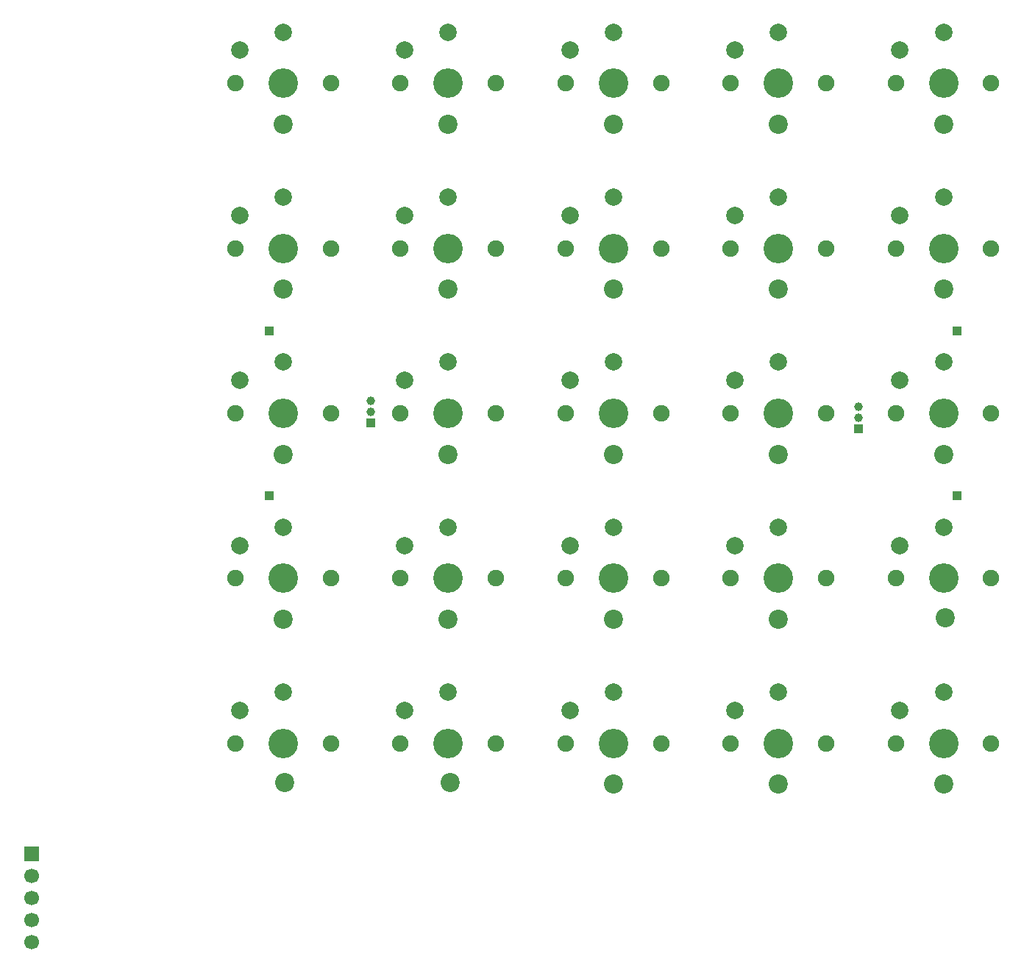
<source format=gbr>
%TF.GenerationSoftware,KiCad,Pcbnew,9.0.2*%
%TF.CreationDate,2026-01-24T20:07:03+01:00*%
%TF.ProjectId,Keymodule,4b65796d-6f64-4756-9c65-2e6b69636164,rev?*%
%TF.SameCoordinates,Original*%
%TF.FileFunction,Soldermask,Bot*%
%TF.FilePolarity,Negative*%
%FSLAX46Y46*%
G04 Gerber Fmt 4.6, Leading zero omitted, Abs format (unit mm)*
G04 Created by KiCad (PCBNEW 9.0.2) date 2026-01-24 20:07:03*
%MOMM*%
%LPD*%
G01*
G04 APERTURE LIST*
%ADD10C,2.200000*%
%ADD11R,1.000000X1.000000*%
%ADD12C,1.000000*%
%ADD13R,1.700000X1.700000*%
%ADD14C,1.700000*%
%ADD15C,1.900000*%
%ADD16C,3.400000*%
%ADD17C,2.000000*%
G04 APERTURE END LIST*
D10*
%TO.C,L3*%
X100000000Y-66700000D03*
%TD*%
%TO.C,L11*%
X62000000Y-104700000D03*
%TD*%
D11*
%TO.C,J3*%
X72100000Y-101100000D03*
D12*
X72100000Y-99830000D03*
X72100000Y-98560000D03*
%TD*%
D11*
%TO.C,J5*%
X139600000Y-109500000D03*
%TD*%
D10*
%TO.C,L19*%
X119000000Y-123700000D03*
%TD*%
%TO.C,L7*%
X81000000Y-85700000D03*
%TD*%
%TO.C,L24*%
X119000000Y-142700000D03*
%TD*%
%TO.C,L14*%
X119000000Y-104700000D03*
%TD*%
%TO.C,L20*%
X138200000Y-123500000D03*
%TD*%
%TO.C,L13*%
X100000000Y-104700000D03*
%TD*%
%TO.C,L15*%
X138000000Y-104700000D03*
%TD*%
%TO.C,L4*%
X119000000Y-66700000D03*
%TD*%
%TO.C,L18*%
X100000000Y-123700000D03*
%TD*%
D11*
%TO.C,J4*%
X139600000Y-90500000D03*
%TD*%
D10*
%TO.C,L8*%
X100000000Y-85700000D03*
%TD*%
D11*
%TO.C,J1*%
X60400000Y-90500000D03*
%TD*%
D10*
%TO.C,L17*%
X81000000Y-123700000D03*
%TD*%
%TO.C,L22*%
X81200000Y-142500000D03*
%TD*%
%TO.C,L10*%
X138000000Y-85700000D03*
%TD*%
%TO.C,L21*%
X62200000Y-142500000D03*
%TD*%
%TO.C,L23*%
X100000000Y-142700000D03*
%TD*%
%TO.C,L9*%
X119000000Y-85700000D03*
%TD*%
D13*
%TO.C,J11*%
X33070000Y-150750000D03*
D14*
X33070000Y-153290000D03*
X33070000Y-155830000D03*
X33070000Y-158370000D03*
X33070000Y-160910000D03*
%TD*%
D10*
%TO.C,L6*%
X62000000Y-85700000D03*
%TD*%
%TO.C,L5*%
X138000000Y-66700000D03*
%TD*%
%TO.C,L2*%
X81000000Y-66700000D03*
%TD*%
%TO.C,L12*%
X81000000Y-104700000D03*
%TD*%
%TO.C,L1*%
X62000000Y-66700000D03*
%TD*%
%TO.C,L16*%
X62000000Y-123700000D03*
%TD*%
%TO.C,L25*%
X138000000Y-142700000D03*
%TD*%
D11*
%TO.C,J2*%
X60400000Y-109500000D03*
%TD*%
D15*
%TO.C,M_SW18*%
X86500000Y-100000000D03*
D16*
X81000000Y-100000000D03*
D15*
X75500000Y-100000000D03*
D17*
X81000000Y-94100000D03*
X76000000Y-96200000D03*
%TD*%
D15*
%TO.C,M_SW2*%
X143500000Y-81000000D03*
D16*
X138000000Y-81000000D03*
D15*
X132500000Y-81000000D03*
D17*
X138000000Y-75100000D03*
X133000000Y-77200000D03*
%TD*%
D15*
%TO.C,M_SW21*%
X67500000Y-62000000D03*
D16*
X62000000Y-62000000D03*
D15*
X56500000Y-62000000D03*
D17*
X62000000Y-56100000D03*
X57000000Y-58200000D03*
%TD*%
D15*
%TO.C,M_SW20*%
X86500000Y-138000000D03*
D16*
X81000000Y-138000000D03*
D15*
X75500000Y-138000000D03*
D17*
X81000000Y-132100000D03*
X76000000Y-134200000D03*
%TD*%
D15*
%TO.C,M_SW9*%
X124500000Y-119000000D03*
D16*
X119000000Y-119000000D03*
D15*
X113500000Y-119000000D03*
D17*
X119000000Y-113100000D03*
X114000000Y-115200000D03*
%TD*%
D15*
%TO.C,M_SW6*%
X124500000Y-62000000D03*
D16*
X119000000Y-62000000D03*
D15*
X113500000Y-62000000D03*
D17*
X119000000Y-56100000D03*
X114000000Y-58200000D03*
%TD*%
D15*
%TO.C,M_SW5*%
X143500000Y-138000000D03*
D16*
X138000000Y-138000000D03*
D15*
X132500000Y-138000000D03*
D17*
X138000000Y-132100000D03*
X133000000Y-134200000D03*
%TD*%
D15*
%TO.C,M_SW19*%
X86500000Y-119000000D03*
D16*
X81000000Y-119000000D03*
D15*
X75500000Y-119000000D03*
D17*
X81000000Y-113100000D03*
X76000000Y-115200000D03*
%TD*%
D15*
%TO.C,M_SW8*%
X124500000Y-100000000D03*
D16*
X119000000Y-100000000D03*
D15*
X113500000Y-100000000D03*
D17*
X119000000Y-94100000D03*
X114000000Y-96200000D03*
%TD*%
D15*
%TO.C,M_SW12*%
X105500000Y-81000000D03*
D16*
X100000000Y-81000000D03*
D15*
X94500000Y-81000000D03*
D17*
X100000000Y-75100000D03*
X95000000Y-77200000D03*
%TD*%
D15*
%TO.C,M_SW23*%
X67500000Y-100000000D03*
D16*
X62000000Y-100000000D03*
D15*
X56500000Y-100000000D03*
D17*
X62000000Y-94100000D03*
X57000000Y-96200000D03*
%TD*%
D15*
%TO.C,M_SW11*%
X105500000Y-62000000D03*
D16*
X100000000Y-62000000D03*
D15*
X94500000Y-62000000D03*
D17*
X100000000Y-56100000D03*
X95000000Y-58200000D03*
%TD*%
D15*
%TO.C,M_SW16*%
X86500000Y-62000000D03*
D16*
X81000000Y-62000000D03*
D15*
X75500000Y-62000000D03*
D17*
X81000000Y-56100000D03*
X76000000Y-58200000D03*
%TD*%
D15*
%TO.C,M_SW7*%
X124500000Y-81000000D03*
D16*
X119000000Y-81000000D03*
D15*
X113500000Y-81000000D03*
D17*
X119000000Y-75100000D03*
X114000000Y-77200000D03*
%TD*%
D15*
%TO.C,M_SW3*%
X143500000Y-100000000D03*
D16*
X138000000Y-100000000D03*
D15*
X132500000Y-100000000D03*
D17*
X138000000Y-94100000D03*
X133000000Y-96200000D03*
%TD*%
D15*
%TO.C,M_SW24*%
X67500000Y-119000000D03*
D16*
X62000000Y-119000000D03*
D15*
X56500000Y-119000000D03*
D17*
X62000000Y-113100000D03*
X57000000Y-115200000D03*
%TD*%
D15*
%TO.C,M_SW14*%
X105500000Y-119000000D03*
D16*
X100000000Y-119000000D03*
D15*
X94500000Y-119000000D03*
D17*
X100000000Y-113100000D03*
X95000000Y-115200000D03*
%TD*%
D11*
%TO.C,J6*%
X128200000Y-101740000D03*
D12*
X128200000Y-100470000D03*
X128200000Y-99200000D03*
%TD*%
D15*
%TO.C,M_SW25*%
X67500000Y-138000000D03*
D16*
X62000000Y-138000000D03*
D15*
X56500000Y-138000000D03*
D17*
X62000000Y-132100000D03*
X57000000Y-134200000D03*
%TD*%
D15*
%TO.C,M_SW15*%
X105500000Y-138000000D03*
D16*
X100000000Y-138000000D03*
D15*
X94500000Y-138000000D03*
D17*
X100000000Y-132100000D03*
X95000000Y-134200000D03*
%TD*%
D15*
%TO.C,M_SW4*%
X143500000Y-119000000D03*
D16*
X138000000Y-119000000D03*
D15*
X132500000Y-119000000D03*
D17*
X138000000Y-113100000D03*
X133000000Y-115200000D03*
%TD*%
D15*
%TO.C,M_SW13*%
X105500000Y-100000000D03*
D16*
X100000000Y-100000000D03*
D15*
X94500000Y-100000000D03*
D17*
X100000000Y-94100000D03*
X95000000Y-96200000D03*
%TD*%
D15*
%TO.C,M_SW1*%
X143500000Y-62000000D03*
D16*
X138000000Y-62000000D03*
D15*
X132500000Y-62000000D03*
D17*
X138000000Y-56100000D03*
X133000000Y-58200000D03*
%TD*%
D15*
%TO.C,M_SW10*%
X124500000Y-138000000D03*
D16*
X119000000Y-138000000D03*
D15*
X113500000Y-138000000D03*
D17*
X119000000Y-132100000D03*
X114000000Y-134200000D03*
%TD*%
D15*
%TO.C,M_SW17*%
X86500000Y-81000000D03*
D16*
X81000000Y-81000000D03*
D15*
X75500000Y-81000000D03*
D17*
X81000000Y-75100000D03*
X76000000Y-77200000D03*
%TD*%
D15*
%TO.C,M_SW22*%
X67500000Y-81000000D03*
D16*
X62000000Y-81000000D03*
D15*
X56500000Y-81000000D03*
D17*
X62000000Y-75100000D03*
X57000000Y-77200000D03*
%TD*%
M02*

</source>
